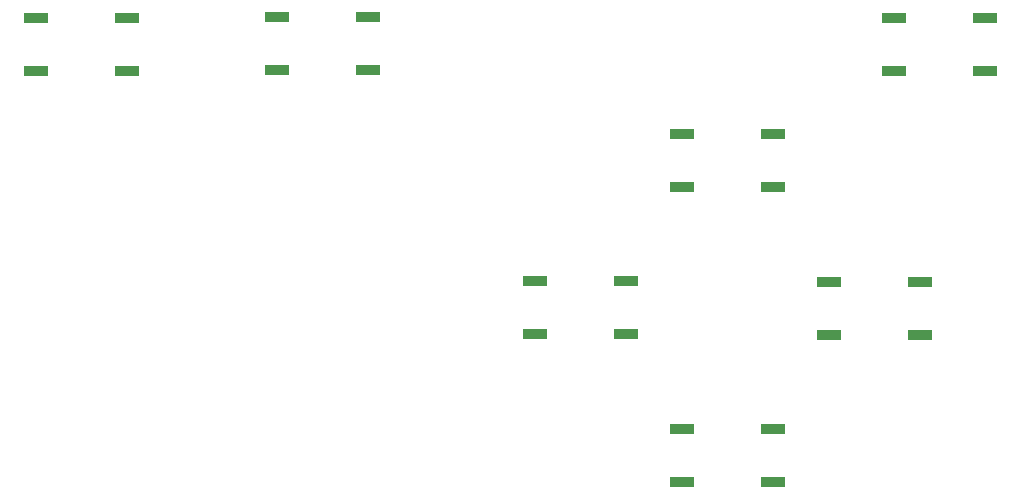
<source format=gbr>
%TF.GenerationSoftware,KiCad,Pcbnew,9.0.0*%
%TF.CreationDate,2025-03-23T02:15:46-05:00*%
%TF.ProjectId,IOBoardV1,494f426f-6172-4645-9631-2e6b69636164,rev?*%
%TF.SameCoordinates,Original*%
%TF.FileFunction,Paste,Top*%
%TF.FilePolarity,Positive*%
%FSLAX46Y46*%
G04 Gerber Fmt 4.6, Leading zero omitted, Abs format (unit mm)*
G04 Created by KiCad (PCBNEW 9.0.0) date 2025-03-23 02:15:46*
%MOMM*%
%LPD*%
G01*
G04 APERTURE LIST*
%ADD10R,2.006600X0.863600*%
G04 APERTURE END LIST*
D10*
%TO.C,SW4*%
X119251900Y-52699998D03*
X126948100Y-52699998D03*
X119251900Y-57200000D03*
X126948100Y-57200000D03*
%TD*%
%TO.C,SW2*%
X147348100Y-57150001D03*
X139651900Y-57150001D03*
X147348100Y-52649999D03*
X139651900Y-52649999D03*
%TD*%
%TO.C,SW3*%
X199600000Y-57200002D03*
X191903800Y-57200002D03*
X199600000Y-52700000D03*
X191903800Y-52700000D03*
%TD*%
%TO.C,SW5*%
X181648100Y-67050001D03*
X173951900Y-67050001D03*
X181648100Y-62549999D03*
X173951900Y-62549999D03*
%TD*%
%TO.C,SW7*%
X181596200Y-92000002D03*
X173900000Y-92000002D03*
X181596200Y-87500000D03*
X173900000Y-87500000D03*
%TD*%
%TO.C,SW8*%
X169148100Y-79450001D03*
X161451900Y-79450001D03*
X169148100Y-74949999D03*
X161451900Y-74949999D03*
%TD*%
%TO.C,SW6*%
X194096200Y-79550003D03*
X186400000Y-79550003D03*
X194096200Y-75050001D03*
X186400000Y-75050001D03*
%TD*%
M02*

</source>
